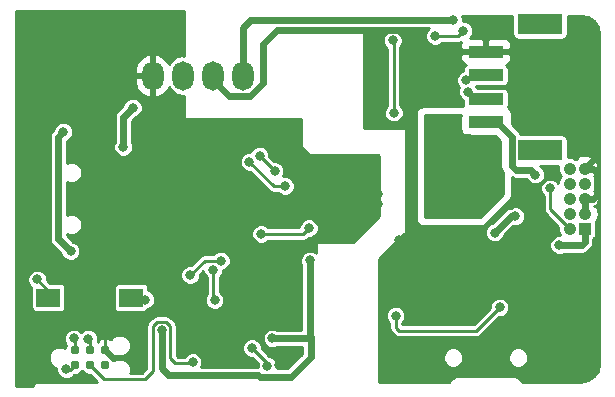
<source format=gbl>
G04 #@! TF.FileFunction,Copper,L2,Bot,Signal*
%FSLAX46Y46*%
G04 Gerber Fmt 4.6, Leading zero omitted, Abs format (unit mm)*
G04 Created by KiCad (PCBNEW 4.0.0-rc2-stable) date 17/02/2016 11:29:29*
%MOMM*%
G01*
G04 APERTURE LIST*
%ADD10C,0.100000*%
%ADD11R,1.050000X1.050000*%
%ADD12C,1.050000*%
%ADD13O,1.800000X2.500000*%
%ADD14C,0.784860*%
%ADD15R,2.000000X1.600000*%
%ADD16R,3.800000X1.800000*%
%ADD17R,3.000000X1.000000*%
%ADD18C,0.800000*%
%ADD19C,0.250000*%
%ADD20C,0.609600*%
%ADD21C,0.203200*%
%ADD22C,0.254000*%
G04 APERTURE END LIST*
D10*
D11*
X72660000Y81762000D03*
D12*
X72660000Y83032000D03*
X72660000Y84302000D03*
X72660000Y85572000D03*
X72660000Y86842000D03*
X71390000Y83032000D03*
X71390000Y84302000D03*
X71390000Y85572000D03*
X71390000Y86842000D03*
X71390000Y81762000D03*
D13*
X36084000Y94716000D03*
X38624000Y94716000D03*
X41164000Y94716000D03*
X43704000Y94716000D03*
D14*
X29480000Y71475000D03*
X29480000Y70205000D03*
X30750000Y71475000D03*
X30750000Y70205000D03*
X32020000Y71475000D03*
X32020000Y70205000D03*
D15*
X27250000Y75920000D03*
X34250000Y75920000D03*
D16*
X68878000Y99098000D03*
X68878000Y88398000D03*
D17*
X64278000Y96748000D03*
X64278000Y94748000D03*
X64278000Y92748000D03*
X64278000Y90748000D03*
D18*
X48076000Y87418000D03*
X50362000Y87164000D03*
X55183243Y83806730D03*
X55168027Y84719670D03*
X26994000Y90801591D03*
X30550000Y90974000D03*
X39468000Y87058479D03*
X34584674Y87270031D03*
X47162021Y75467514D03*
X46803184Y70192748D03*
X34411505Y71094551D03*
X26472984Y74234947D03*
X30098718Y84046805D03*
X30126329Y83132006D03*
X43468021Y75121020D03*
X42688000Y73126000D03*
X32436185Y73237804D03*
X48276000Y89636000D03*
X31512000Y73126000D03*
X34306000Y78714000D03*
X46220207Y72464626D03*
X35468928Y75750518D03*
X36838058Y73150025D03*
X28518000Y89958000D03*
X49402738Y79058924D03*
X29140507Y79856589D03*
X29389843Y72454721D03*
X34399566Y91985878D03*
X33599952Y88680378D03*
X66803838Y82797621D03*
X61516834Y99437399D03*
X65040000Y81424264D03*
X56966000Y80814000D03*
X59379000Y97133500D03*
X59358004Y79052012D03*
X71594370Y78661613D03*
X56753956Y69467505D03*
X71111292Y96678953D03*
X66874666Y96296666D03*
X67326000Y75258019D03*
X64453076Y78456960D03*
X60835682Y96958675D03*
X68596000Y97002000D03*
X73422000Y78460000D03*
X55896000Y90652000D03*
X66310000Y78714000D03*
X65294000Y78460000D03*
X56412269Y97687024D03*
X56502665Y91573158D03*
X60003521Y98061771D03*
X62398621Y98505415D03*
X70511720Y80360205D03*
X68494629Y86324522D03*
X44282069Y87420798D03*
X47300988Y85351250D03*
X46400989Y86632815D03*
X45133697Y87944967D03*
X41326730Y75699998D03*
X41218000Y78274000D03*
X45803042Y70145900D03*
X44488356Y71650335D03*
X26307070Y77448888D03*
X56658000Y74396000D03*
X65463463Y75088997D03*
X69739335Y85163592D03*
X62777457Y93345000D03*
X62607690Y94330574D03*
X45264980Y81305123D03*
X30634068Y72431089D03*
X41851723Y79047575D03*
X39260910Y77824984D03*
X49311571Y81793827D03*
X39468845Y70451947D03*
X28751561Y69855020D03*
X61930629Y89704000D03*
X60014000Y87164000D03*
X61030000Y87164000D03*
X62046000Y87164000D03*
X63062000Y87164000D03*
X64078000Y87418000D03*
X64078000Y88434000D03*
X59960000Y89704000D03*
X60976000Y89704000D03*
D19*
X47162021Y75467514D02*
X46815527Y75121020D01*
X46815527Y75121020D02*
X43468021Y75121020D01*
X47361835Y70144979D02*
X46850953Y70144979D01*
X46850953Y70144979D02*
X46803184Y70192748D01*
X32020000Y71475000D02*
X32020000Y72618000D01*
X32020000Y72618000D02*
X31512000Y73126000D01*
D20*
X49488175Y70874636D02*
X49488175Y72583355D01*
X45134052Y69186885D02*
X47800424Y69186885D01*
X47800424Y69186885D02*
X49488175Y70874636D01*
X44986226Y69334711D02*
X45134052Y69186885D01*
X49369446Y72464626D02*
X46220207Y72464626D01*
X49488175Y72583355D02*
X49369446Y72464626D01*
D19*
X34903243Y75750518D02*
X35468928Y75750518D01*
X33619482Y75750518D02*
X34903243Y75750518D01*
X33450000Y75920000D02*
X33619482Y75750518D01*
D20*
X36838058Y69913711D02*
X36838058Y73150025D01*
X37417058Y69334711D02*
X36838058Y69913711D01*
X44986226Y69334711D02*
X37417058Y69334711D01*
X29140507Y79856589D02*
X28100854Y80896242D01*
X28100854Y80896242D02*
X28100854Y89540854D01*
X28100854Y89540854D02*
X28518000Y89958000D01*
X49402738Y72668792D02*
X49402738Y79058924D01*
X49488175Y72583355D02*
X49402738Y72668792D01*
D19*
X29480000Y71475000D02*
X29480000Y72364564D01*
X29480000Y72364564D02*
X29389843Y72454721D01*
D20*
X33599952Y91186264D02*
X34399566Y91985878D01*
X33599952Y88680378D02*
X33599952Y91186264D01*
X61516834Y99437399D02*
X44361399Y99437399D01*
X43704000Y98780000D02*
X43704000Y95732000D01*
X44361399Y99437399D02*
X43704000Y98780000D01*
X65040000Y81424264D02*
X66413357Y82797621D01*
X66413357Y82797621D02*
X66803838Y82797621D01*
D19*
X56966000Y80814000D02*
X57220000Y80560000D01*
D20*
X57920656Y98591844D02*
X59379000Y97133500D01*
X46613344Y98591844D02*
X57920656Y98591844D01*
X45409000Y97387500D02*
X46613344Y98591844D01*
X45409000Y94084299D02*
X45409000Y97387500D01*
X41164000Y94716000D02*
X41164000Y94366000D01*
X41164000Y94366000D02*
X42568810Y92961190D01*
X42568810Y92961190D02*
X44285891Y92961190D01*
X44285891Y92961190D02*
X45409000Y94084299D01*
D19*
X60787300Y97007057D02*
X60835682Y96958675D01*
X60787300Y97219935D02*
X60787300Y97007057D01*
D20*
X72660000Y84302000D02*
X72660000Y83032000D01*
X72660000Y86842000D02*
X73402462Y86842000D01*
X73689801Y86554661D02*
X73689801Y84589339D01*
X73402462Y86842000D02*
X73689801Y86554661D01*
X73402462Y84302000D02*
X72660000Y84302000D01*
X73689801Y84589339D02*
X73402462Y84302000D01*
D19*
X56502665Y91573158D02*
X56502665Y97596628D01*
X56502665Y97596628D02*
X56412269Y97687024D01*
X60003521Y98061771D02*
X61954977Y98061771D01*
X61954977Y98061771D02*
X62398621Y98505415D01*
D20*
X72660000Y81762000D02*
X72660000Y80627400D01*
X72660000Y80627400D02*
X72392805Y80360205D01*
X72392805Y80360205D02*
X70511720Y80360205D01*
X64278000Y90748000D02*
X65278000Y90748000D01*
X65278000Y90748000D02*
X66473199Y89552801D01*
X66473199Y89552801D02*
X66473199Y87094159D01*
X66473199Y87094159D02*
X66842837Y86724521D01*
X66842837Y86724521D02*
X68094630Y86724521D01*
X68094630Y86724521D02*
X68494629Y86324522D01*
D19*
X46351617Y85351250D02*
X44282069Y87420798D01*
X47300988Y85351250D02*
X46351617Y85351250D01*
X46400989Y86632815D02*
X45133697Y87900107D01*
X45133697Y87900107D02*
X45133697Y87944967D01*
X41218000Y78274000D02*
X41218000Y75808728D01*
X41218000Y75808728D02*
X41326730Y75699998D01*
X44488356Y71650335D02*
X45803042Y70335649D01*
X45803042Y70335649D02*
X45803042Y70145900D01*
X27495351Y76260607D02*
X26307070Y77448888D01*
X27750553Y76260607D02*
X27495351Y76260607D01*
X56912000Y73126000D02*
X56658000Y73380000D01*
X56658000Y73380000D02*
X56658000Y74396000D01*
X63500466Y73126000D02*
X56912000Y73126000D01*
X63500466Y73126000D02*
X65463463Y75088997D01*
X71390000Y81762000D02*
X69739335Y83412665D01*
X69739335Y83412665D02*
X69739335Y85163592D01*
X71644000Y81762000D02*
X71401998Y81762000D01*
X64278000Y92748000D02*
X63374457Y92748000D01*
X63374457Y92748000D02*
X62777457Y93345000D01*
X64278000Y94748000D02*
X63025116Y94748000D01*
X63025116Y94748000D02*
X62607690Y94330574D01*
X49311571Y81793827D02*
X48822867Y81305123D01*
X48822867Y81305123D02*
X45264980Y81305123D01*
X30750000Y72315157D02*
X30634068Y72431089D01*
X30750000Y71475000D02*
X30750000Y72315157D01*
X40483501Y79047575D02*
X41851723Y79047575D01*
X39260910Y77824984D02*
X40483501Y79047575D01*
X30750000Y70205000D02*
X31948761Y69006239D01*
X31948761Y69006239D02*
X35431330Y69006239D01*
X35431330Y69006239D02*
X36113039Y69687948D01*
X36407800Y73792769D02*
X36490057Y73875026D01*
X36113039Y69687948D02*
X36113038Y73505022D01*
X36113038Y73505022D02*
X36400785Y73792769D01*
X36400785Y73792769D02*
X36407800Y73792769D01*
X36490057Y73875026D02*
X37186059Y73875026D01*
X37186059Y73875026D02*
X37268316Y73792769D01*
X37268316Y73792769D02*
X37273845Y73792769D01*
X37273845Y73792769D02*
X37564744Y73501870D01*
X37564744Y73501870D02*
X37564744Y70775832D01*
X37564744Y70775832D02*
X37993327Y70347249D01*
X37993327Y70347249D02*
X39364147Y70347249D01*
X39364147Y70347249D02*
X39468845Y70451947D01*
X29087571Y69812571D02*
X28794010Y69812571D01*
X29480000Y70205000D02*
X29087571Y69812571D01*
X28794010Y69812571D02*
X28751561Y69855020D01*
X60976000Y89704000D02*
X61930629Y89704000D01*
X62986881Y89704000D02*
X61930629Y89704000D01*
X62046000Y87164000D02*
X61030000Y87164000D01*
X64078000Y87418000D02*
X63316000Y87418000D01*
X63316000Y87418000D02*
X63062000Y87164000D01*
X64078000Y89450000D02*
X64078000Y88434000D01*
D21*
X60138403Y89704000D02*
X60117386Y89682983D01*
X61110066Y89704000D02*
X60138403Y89704000D01*
D22*
G36*
X38741500Y96407376D02*
X38624000Y96430748D01*
X38114342Y96329371D01*
X37682275Y96040673D01*
X37468064Y95720083D01*
X37453554Y95770752D01*
X37079606Y96241212D01*
X36554086Y96532756D01*
X36448740Y96557036D01*
X36211000Y96436378D01*
X36211000Y94843000D01*
X36231000Y94843000D01*
X36231000Y94589000D01*
X36211000Y94589000D01*
X36211000Y92995622D01*
X36448740Y92874964D01*
X36554086Y92899244D01*
X37079606Y93190788D01*
X37453554Y93661248D01*
X37468064Y93711917D01*
X37682275Y93391327D01*
X38114342Y93102629D01*
X38624000Y93001252D01*
X38741500Y93024624D01*
X38741500Y91164500D01*
X38751506Y91115090D01*
X38779947Y91073465D01*
X38822341Y91046185D01*
X38868500Y91037500D01*
X48647500Y91037500D01*
X48647500Y88751500D01*
X48657506Y88702090D01*
X48682828Y88663607D01*
X49295968Y88024107D01*
X49337386Y87995366D01*
X49387739Y87985000D01*
X55135435Y87989459D01*
X55251500Y87873394D01*
X55251500Y82835106D01*
X53039894Y80623500D01*
X50044500Y80623500D01*
X49995090Y80613494D01*
X49953465Y80585053D01*
X49926185Y80542659D01*
X49917500Y80496500D01*
X49917500Y79720634D01*
X49874530Y79763679D01*
X49568919Y79890579D01*
X49238009Y79890868D01*
X48932177Y79764501D01*
X48697983Y79530716D01*
X48571083Y79225105D01*
X48570794Y78894195D01*
X48666138Y78663445D01*
X48666138Y73201226D01*
X46615307Y73201226D01*
X46386388Y73296281D01*
X46055478Y73296570D01*
X45749646Y73170203D01*
X45515452Y72936418D01*
X45388552Y72630807D01*
X45388263Y72299897D01*
X45514630Y71994065D01*
X45748415Y71759871D01*
X46054026Y71632971D01*
X46384936Y71632682D01*
X46615686Y71728026D01*
X48751575Y71728026D01*
X48751575Y71179746D01*
X47495314Y69923485D01*
X46611347Y69923485D01*
X46634697Y69979719D01*
X46634986Y70310629D01*
X46508619Y70616461D01*
X46274834Y70850655D01*
X45969223Y70977555D01*
X45948552Y70977573D01*
X45320117Y71606008D01*
X45320300Y71815064D01*
X45193933Y72120896D01*
X44960148Y72355090D01*
X44654537Y72481990D01*
X44323627Y72482279D01*
X44017795Y72355912D01*
X43783601Y72122127D01*
X43656701Y71816516D01*
X43656412Y71485606D01*
X43782779Y71179774D01*
X44016564Y70945580D01*
X44322175Y70818680D01*
X44532761Y70818496D01*
X44991276Y70359981D01*
X44971387Y70312081D01*
X44971177Y70071311D01*
X40211451Y70071311D01*
X40300500Y70285766D01*
X40300789Y70616676D01*
X40174422Y70922508D01*
X39940637Y71156702D01*
X39635026Y71283602D01*
X39304116Y71283891D01*
X38998284Y71157524D01*
X38764090Y70923739D01*
X38755914Y70904049D01*
X38223961Y70904049D01*
X38121544Y71006466D01*
X38121544Y73501870D01*
X38079160Y73714948D01*
X37958461Y73895587D01*
X37667562Y74186486D01*
X37650899Y74197620D01*
X37579776Y74268743D01*
X37399137Y74389442D01*
X37186059Y74431826D01*
X36490057Y74431826D01*
X36276979Y74389442D01*
X36096340Y74268743D01*
X36028209Y74200612D01*
X36007068Y74186486D01*
X35719321Y73898739D01*
X35598622Y73718100D01*
X35556238Y73505022D01*
X35556239Y69918582D01*
X35200696Y69563039D01*
X34182738Y69563039D01*
X34214399Y69639287D01*
X34214720Y70007099D01*
X34074261Y70347037D01*
X33814405Y70607347D01*
X33474713Y70748399D01*
X33106901Y70748720D01*
X32766963Y70608261D01*
X32751551Y70592876D01*
X32719156Y70671279D01*
X32487499Y70903341D01*
X32358480Y70956914D01*
X32020000Y71295395D01*
X32005858Y71281252D01*
X31826252Y71460858D01*
X31840395Y71475000D01*
X31826252Y71489142D01*
X32005858Y71668748D01*
X32020000Y71654605D01*
X32034143Y71668747D01*
X32213748Y71489142D01*
X32199605Y71475000D01*
X32731837Y70942769D01*
X32935891Y70966547D01*
X32945911Y70997780D01*
X33105287Y70931601D01*
X33473099Y70931280D01*
X33813037Y71071739D01*
X34073347Y71331595D01*
X34214399Y71671287D01*
X34214720Y72039099D01*
X34074261Y72379037D01*
X33814405Y72639347D01*
X33474713Y72780399D01*
X33106901Y72780720D01*
X32766963Y72640261D01*
X32519905Y72393633D01*
X32139253Y72515749D01*
X31731899Y72482163D01*
X31511547Y72390891D01*
X31487769Y72186839D01*
X31449286Y72225322D01*
X31465723Y72264908D01*
X31466012Y72595818D01*
X31339645Y72901650D01*
X31105860Y73135844D01*
X30800249Y73262744D01*
X30469339Y73263033D01*
X30163507Y73136666D01*
X30023712Y72997115D01*
X29861635Y73159476D01*
X29556024Y73286376D01*
X29225114Y73286665D01*
X28919282Y73160298D01*
X28685088Y72926513D01*
X28558188Y72620902D01*
X28557899Y72289992D01*
X28684266Y71984160D01*
X28765265Y71903019D01*
X28662163Y71654720D01*
X28394967Y71765669D01*
X28026649Y71765990D01*
X27686245Y71625338D01*
X27425577Y71365125D01*
X27284331Y71024967D01*
X27284010Y70656649D01*
X27424662Y70316245D01*
X27684875Y70055577D01*
X27919851Y69958006D01*
X27919617Y69690291D01*
X28045984Y69384459D01*
X28279769Y69150265D01*
X28585380Y69023365D01*
X28916290Y69023076D01*
X29222122Y69149443D01*
X29453876Y69380792D01*
X29643230Y69380627D01*
X29946279Y69505844D01*
X30115091Y69674362D01*
X30282501Y69506659D01*
X30585331Y69380913D01*
X30786829Y69380737D01*
X31360766Y68806800D01*
X26400000Y68806800D01*
X26206056Y68768222D01*
X26041638Y68658362D01*
X25931778Y68493944D01*
X25918515Y68427266D01*
X24527000Y68427022D01*
X24527000Y77284159D01*
X25475126Y77284159D01*
X25601493Y76978327D01*
X25818111Y76761330D01*
X25809741Y76720000D01*
X25809741Y75120000D01*
X25839850Y74959985D01*
X25934419Y74813020D01*
X26078715Y74714427D01*
X26250000Y74679741D01*
X28250000Y74679741D01*
X28410015Y74709850D01*
X28556980Y74804419D01*
X28655573Y74948715D01*
X28690259Y75120000D01*
X28690259Y76720000D01*
X32809741Y76720000D01*
X32809741Y75120000D01*
X32839850Y74959985D01*
X32934419Y74813020D01*
X33078715Y74714427D01*
X33250000Y74679741D01*
X35250000Y74679741D01*
X35410015Y74709850D01*
X35556980Y74804419D01*
X35635498Y74919335D01*
X35939489Y75044941D01*
X36173683Y75278726D01*
X36300583Y75584337D01*
X36300872Y75915247D01*
X36174505Y76221079D01*
X35940720Y76455273D01*
X35690259Y76559273D01*
X35690259Y76720000D01*
X35660150Y76880015D01*
X35565581Y77026980D01*
X35421285Y77125573D01*
X35250000Y77160259D01*
X33250000Y77160259D01*
X33089985Y77130150D01*
X32943020Y77035581D01*
X32844427Y76891285D01*
X32809741Y76720000D01*
X28690259Y76720000D01*
X28660150Y76880015D01*
X28565581Y77026980D01*
X28421285Y77125573D01*
X28250000Y77160259D01*
X27383133Y77160259D01*
X27138831Y77404561D01*
X27139014Y77613617D01*
X27119744Y77660255D01*
X38428966Y77660255D01*
X38555333Y77354423D01*
X38789118Y77120229D01*
X39094729Y76993329D01*
X39425639Y76993040D01*
X39731471Y77119407D01*
X39965665Y77353192D01*
X40092565Y77658803D01*
X40092749Y77869389D01*
X40386103Y78162743D01*
X40386056Y78109271D01*
X40512423Y77803439D01*
X40661200Y77654402D01*
X40661200Y76210946D01*
X40621975Y76171790D01*
X40495075Y75866179D01*
X40494786Y75535269D01*
X40621153Y75229437D01*
X40854938Y74995243D01*
X41160549Y74868343D01*
X41491459Y74868054D01*
X41797291Y74994421D01*
X42031485Y75228206D01*
X42158385Y75533817D01*
X42158674Y75864727D01*
X42032307Y76170559D01*
X41798522Y76404753D01*
X41774800Y76414603D01*
X41774800Y77654511D01*
X41922755Y77802208D01*
X42049655Y78107819D01*
X42049761Y78229394D01*
X42322284Y78341998D01*
X42556478Y78575783D01*
X42683378Y78881394D01*
X42683667Y79212304D01*
X42557300Y79518136D01*
X42323515Y79752330D01*
X42017904Y79879230D01*
X41686994Y79879519D01*
X41381162Y79753152D01*
X41232125Y79604375D01*
X40483501Y79604375D01*
X40270423Y79561991D01*
X40089784Y79441292D01*
X39305237Y78656745D01*
X39096181Y78656928D01*
X38790349Y78530561D01*
X38556155Y78296776D01*
X38429255Y77991165D01*
X38428966Y77660255D01*
X27119744Y77660255D01*
X27012647Y77919449D01*
X26778862Y78153643D01*
X26473251Y78280543D01*
X26142341Y78280832D01*
X25836509Y78154465D01*
X25602315Y77920680D01*
X25475415Y77615069D01*
X25475126Y77284159D01*
X24527000Y77284159D01*
X24527000Y89540854D01*
X27364254Y89540854D01*
X27364254Y80896242D01*
X27420324Y80614357D01*
X27579999Y80375387D01*
X28340275Y79615111D01*
X28434930Y79386028D01*
X28668715Y79151834D01*
X28974326Y79024934D01*
X29305236Y79024645D01*
X29611068Y79151012D01*
X29845262Y79384797D01*
X29972162Y79690408D01*
X29972451Y80021318D01*
X29846084Y80327150D01*
X29612299Y80561344D01*
X29381716Y80657090D01*
X28898412Y81140394D01*
X44433036Y81140394D01*
X44559403Y80834562D01*
X44793188Y80600368D01*
X45098799Y80473468D01*
X45429709Y80473179D01*
X45735541Y80599546D01*
X45884578Y80748323D01*
X48822867Y80748323D01*
X49035945Y80790707D01*
X49216584Y80911406D01*
X49267244Y80962066D01*
X49476300Y80961883D01*
X49782132Y81088250D01*
X50016326Y81322035D01*
X50143226Y81627646D01*
X50143515Y81958556D01*
X50017148Y82264388D01*
X49783363Y82498582D01*
X49477752Y82625482D01*
X49146842Y82625771D01*
X48841010Y82499404D01*
X48606816Y82265619D01*
X48479916Y81960008D01*
X48479830Y81861923D01*
X45884469Y81861923D01*
X45736772Y82009878D01*
X45431161Y82136778D01*
X45100251Y82137067D01*
X44794419Y82010700D01*
X44560225Y81776915D01*
X44433325Y81471304D01*
X44433036Y81140394D01*
X28898412Y81140394D01*
X28837454Y81201352D01*
X28837454Y81319694D01*
X29074814Y81221134D01*
X29425448Y81220828D01*
X29749509Y81354727D01*
X29997662Y81602447D01*
X30132126Y81926274D01*
X30132432Y82276908D01*
X29998533Y82600969D01*
X29750813Y82849122D01*
X29426986Y82983586D01*
X29076352Y82983892D01*
X28837454Y82885182D01*
X28837454Y85718974D01*
X29074814Y85620414D01*
X29425448Y85620108D01*
X29749509Y85754007D01*
X29997662Y86001727D01*
X30132126Y86325554D01*
X30132432Y86676188D01*
X29998533Y87000249D01*
X29750813Y87248402D01*
X29732349Y87256069D01*
X43450125Y87256069D01*
X43576492Y86950237D01*
X43810277Y86716043D01*
X44115888Y86589143D01*
X44326474Y86588959D01*
X45957900Y84957533D01*
X46138539Y84836834D01*
X46351617Y84794450D01*
X46681499Y84794450D01*
X46829196Y84646495D01*
X47134807Y84519595D01*
X47465717Y84519306D01*
X47771549Y84645673D01*
X48005743Y84879458D01*
X48132643Y85185069D01*
X48132932Y85515979D01*
X48006565Y85821811D01*
X47772780Y86056005D01*
X47467169Y86182905D01*
X47136259Y86183194D01*
X47110537Y86172566D01*
X47232644Y86466634D01*
X47232933Y86797544D01*
X47106566Y87103376D01*
X46872781Y87337570D01*
X46567170Y87464470D01*
X46356584Y87464654D01*
X45965419Y87855819D01*
X45965641Y88109696D01*
X45839274Y88415528D01*
X45605489Y88649722D01*
X45299878Y88776622D01*
X44968968Y88776911D01*
X44663136Y88650544D01*
X44428942Y88416759D01*
X44360748Y88252529D01*
X44117340Y88252742D01*
X43811508Y88126375D01*
X43577314Y87892590D01*
X43450414Y87586979D01*
X43450125Y87256069D01*
X29732349Y87256069D01*
X29426986Y87382866D01*
X29076352Y87383172D01*
X28837454Y87284462D01*
X28837454Y88515649D01*
X32768008Y88515649D01*
X32894375Y88209817D01*
X33128160Y87975623D01*
X33433771Y87848723D01*
X33764681Y87848434D01*
X34070513Y87974801D01*
X34304707Y88208586D01*
X34431607Y88514197D01*
X34431896Y88845107D01*
X34336552Y89075857D01*
X34336552Y90881154D01*
X34641044Y91185646D01*
X34870127Y91280301D01*
X35104321Y91514086D01*
X35231221Y91819697D01*
X35231510Y92150607D01*
X35105143Y92456439D01*
X34871358Y92690633D01*
X34565747Y92817533D01*
X34234837Y92817822D01*
X33929005Y92691455D01*
X33694811Y92457670D01*
X33599065Y92227087D01*
X33079097Y91707119D01*
X32919422Y91468149D01*
X32863352Y91186264D01*
X32863352Y89075478D01*
X32768297Y88846559D01*
X32768008Y88515649D01*
X28837454Y88515649D01*
X28837454Y89189987D01*
X28988561Y89252423D01*
X29222755Y89486208D01*
X29349655Y89791819D01*
X29349944Y90122729D01*
X29223577Y90428561D01*
X28989792Y90662755D01*
X28684181Y90789655D01*
X28353271Y90789944D01*
X28047439Y90663577D01*
X27813245Y90429792D01*
X27717499Y90199209D01*
X27579999Y90061709D01*
X27420324Y89822739D01*
X27364254Y89540854D01*
X24527000Y89540854D01*
X24527000Y94589000D01*
X34549000Y94589000D01*
X34549000Y94239000D01*
X34714446Y93661248D01*
X35088394Y93190788D01*
X35613914Y92899244D01*
X35719260Y92874964D01*
X35957000Y92995622D01*
X35957000Y94589000D01*
X34549000Y94589000D01*
X24527000Y94589000D01*
X24527000Y95193000D01*
X34549000Y95193000D01*
X34549000Y94843000D01*
X35957000Y94843000D01*
X35957000Y96436378D01*
X35719260Y96557036D01*
X35613914Y96532756D01*
X35088394Y96241212D01*
X34714446Y95770752D01*
X34549000Y95193000D01*
X24527000Y95193000D01*
X24527000Y100177039D01*
X38741500Y100181460D01*
X38741500Y96407376D01*
X38741500Y96407376D01*
G37*
X38741500Y96407376D02*
X38624000Y96430748D01*
X38114342Y96329371D01*
X37682275Y96040673D01*
X37468064Y95720083D01*
X37453554Y95770752D01*
X37079606Y96241212D01*
X36554086Y96532756D01*
X36448740Y96557036D01*
X36211000Y96436378D01*
X36211000Y94843000D01*
X36231000Y94843000D01*
X36231000Y94589000D01*
X36211000Y94589000D01*
X36211000Y92995622D01*
X36448740Y92874964D01*
X36554086Y92899244D01*
X37079606Y93190788D01*
X37453554Y93661248D01*
X37468064Y93711917D01*
X37682275Y93391327D01*
X38114342Y93102629D01*
X38624000Y93001252D01*
X38741500Y93024624D01*
X38741500Y91164500D01*
X38751506Y91115090D01*
X38779947Y91073465D01*
X38822341Y91046185D01*
X38868500Y91037500D01*
X48647500Y91037500D01*
X48647500Y88751500D01*
X48657506Y88702090D01*
X48682828Y88663607D01*
X49295968Y88024107D01*
X49337386Y87995366D01*
X49387739Y87985000D01*
X55135435Y87989459D01*
X55251500Y87873394D01*
X55251500Y82835106D01*
X53039894Y80623500D01*
X50044500Y80623500D01*
X49995090Y80613494D01*
X49953465Y80585053D01*
X49926185Y80542659D01*
X49917500Y80496500D01*
X49917500Y79720634D01*
X49874530Y79763679D01*
X49568919Y79890579D01*
X49238009Y79890868D01*
X48932177Y79764501D01*
X48697983Y79530716D01*
X48571083Y79225105D01*
X48570794Y78894195D01*
X48666138Y78663445D01*
X48666138Y73201226D01*
X46615307Y73201226D01*
X46386388Y73296281D01*
X46055478Y73296570D01*
X45749646Y73170203D01*
X45515452Y72936418D01*
X45388552Y72630807D01*
X45388263Y72299897D01*
X45514630Y71994065D01*
X45748415Y71759871D01*
X46054026Y71632971D01*
X46384936Y71632682D01*
X46615686Y71728026D01*
X48751575Y71728026D01*
X48751575Y71179746D01*
X47495314Y69923485D01*
X46611347Y69923485D01*
X46634697Y69979719D01*
X46634986Y70310629D01*
X46508619Y70616461D01*
X46274834Y70850655D01*
X45969223Y70977555D01*
X45948552Y70977573D01*
X45320117Y71606008D01*
X45320300Y71815064D01*
X45193933Y72120896D01*
X44960148Y72355090D01*
X44654537Y72481990D01*
X44323627Y72482279D01*
X44017795Y72355912D01*
X43783601Y72122127D01*
X43656701Y71816516D01*
X43656412Y71485606D01*
X43782779Y71179774D01*
X44016564Y70945580D01*
X44322175Y70818680D01*
X44532761Y70818496D01*
X44991276Y70359981D01*
X44971387Y70312081D01*
X44971177Y70071311D01*
X40211451Y70071311D01*
X40300500Y70285766D01*
X40300789Y70616676D01*
X40174422Y70922508D01*
X39940637Y71156702D01*
X39635026Y71283602D01*
X39304116Y71283891D01*
X38998284Y71157524D01*
X38764090Y70923739D01*
X38755914Y70904049D01*
X38223961Y70904049D01*
X38121544Y71006466D01*
X38121544Y73501870D01*
X38079160Y73714948D01*
X37958461Y73895587D01*
X37667562Y74186486D01*
X37650899Y74197620D01*
X37579776Y74268743D01*
X37399137Y74389442D01*
X37186059Y74431826D01*
X36490057Y74431826D01*
X36276979Y74389442D01*
X36096340Y74268743D01*
X36028209Y74200612D01*
X36007068Y74186486D01*
X35719321Y73898739D01*
X35598622Y73718100D01*
X35556238Y73505022D01*
X35556239Y69918582D01*
X35200696Y69563039D01*
X34182738Y69563039D01*
X34214399Y69639287D01*
X34214720Y70007099D01*
X34074261Y70347037D01*
X33814405Y70607347D01*
X33474713Y70748399D01*
X33106901Y70748720D01*
X32766963Y70608261D01*
X32751551Y70592876D01*
X32719156Y70671279D01*
X32487499Y70903341D01*
X32358480Y70956914D01*
X32020000Y71295395D01*
X32005858Y71281252D01*
X31826252Y71460858D01*
X31840395Y71475000D01*
X31826252Y71489142D01*
X32005858Y71668748D01*
X32020000Y71654605D01*
X32034143Y71668747D01*
X32213748Y71489142D01*
X32199605Y71475000D01*
X32731837Y70942769D01*
X32935891Y70966547D01*
X32945911Y70997780D01*
X33105287Y70931601D01*
X33473099Y70931280D01*
X33813037Y71071739D01*
X34073347Y71331595D01*
X34214399Y71671287D01*
X34214720Y72039099D01*
X34074261Y72379037D01*
X33814405Y72639347D01*
X33474713Y72780399D01*
X33106901Y72780720D01*
X32766963Y72640261D01*
X32519905Y72393633D01*
X32139253Y72515749D01*
X31731899Y72482163D01*
X31511547Y72390891D01*
X31487769Y72186839D01*
X31449286Y72225322D01*
X31465723Y72264908D01*
X31466012Y72595818D01*
X31339645Y72901650D01*
X31105860Y73135844D01*
X30800249Y73262744D01*
X30469339Y73263033D01*
X30163507Y73136666D01*
X30023712Y72997115D01*
X29861635Y73159476D01*
X29556024Y73286376D01*
X29225114Y73286665D01*
X28919282Y73160298D01*
X28685088Y72926513D01*
X28558188Y72620902D01*
X28557899Y72289992D01*
X28684266Y71984160D01*
X28765265Y71903019D01*
X28662163Y71654720D01*
X28394967Y71765669D01*
X28026649Y71765990D01*
X27686245Y71625338D01*
X27425577Y71365125D01*
X27284331Y71024967D01*
X27284010Y70656649D01*
X27424662Y70316245D01*
X27684875Y70055577D01*
X27919851Y69958006D01*
X27919617Y69690291D01*
X28045984Y69384459D01*
X28279769Y69150265D01*
X28585380Y69023365D01*
X28916290Y69023076D01*
X29222122Y69149443D01*
X29453876Y69380792D01*
X29643230Y69380627D01*
X29946279Y69505844D01*
X30115091Y69674362D01*
X30282501Y69506659D01*
X30585331Y69380913D01*
X30786829Y69380737D01*
X31360766Y68806800D01*
X26400000Y68806800D01*
X26206056Y68768222D01*
X26041638Y68658362D01*
X25931778Y68493944D01*
X25918515Y68427266D01*
X24527000Y68427022D01*
X24527000Y77284159D01*
X25475126Y77284159D01*
X25601493Y76978327D01*
X25818111Y76761330D01*
X25809741Y76720000D01*
X25809741Y75120000D01*
X25839850Y74959985D01*
X25934419Y74813020D01*
X26078715Y74714427D01*
X26250000Y74679741D01*
X28250000Y74679741D01*
X28410015Y74709850D01*
X28556980Y74804419D01*
X28655573Y74948715D01*
X28690259Y75120000D01*
X28690259Y76720000D01*
X32809741Y76720000D01*
X32809741Y75120000D01*
X32839850Y74959985D01*
X32934419Y74813020D01*
X33078715Y74714427D01*
X33250000Y74679741D01*
X35250000Y74679741D01*
X35410015Y74709850D01*
X35556980Y74804419D01*
X35635498Y74919335D01*
X35939489Y75044941D01*
X36173683Y75278726D01*
X36300583Y75584337D01*
X36300872Y75915247D01*
X36174505Y76221079D01*
X35940720Y76455273D01*
X35690259Y76559273D01*
X35690259Y76720000D01*
X35660150Y76880015D01*
X35565581Y77026980D01*
X35421285Y77125573D01*
X35250000Y77160259D01*
X33250000Y77160259D01*
X33089985Y77130150D01*
X32943020Y77035581D01*
X32844427Y76891285D01*
X32809741Y76720000D01*
X28690259Y76720000D01*
X28660150Y76880015D01*
X28565581Y77026980D01*
X28421285Y77125573D01*
X28250000Y77160259D01*
X27383133Y77160259D01*
X27138831Y77404561D01*
X27139014Y77613617D01*
X27119744Y77660255D01*
X38428966Y77660255D01*
X38555333Y77354423D01*
X38789118Y77120229D01*
X39094729Y76993329D01*
X39425639Y76993040D01*
X39731471Y77119407D01*
X39965665Y77353192D01*
X40092565Y77658803D01*
X40092749Y77869389D01*
X40386103Y78162743D01*
X40386056Y78109271D01*
X40512423Y77803439D01*
X40661200Y77654402D01*
X40661200Y76210946D01*
X40621975Y76171790D01*
X40495075Y75866179D01*
X40494786Y75535269D01*
X40621153Y75229437D01*
X40854938Y74995243D01*
X41160549Y74868343D01*
X41491459Y74868054D01*
X41797291Y74994421D01*
X42031485Y75228206D01*
X42158385Y75533817D01*
X42158674Y75864727D01*
X42032307Y76170559D01*
X41798522Y76404753D01*
X41774800Y76414603D01*
X41774800Y77654511D01*
X41922755Y77802208D01*
X42049655Y78107819D01*
X42049761Y78229394D01*
X42322284Y78341998D01*
X42556478Y78575783D01*
X42683378Y78881394D01*
X42683667Y79212304D01*
X42557300Y79518136D01*
X42323515Y79752330D01*
X42017904Y79879230D01*
X41686994Y79879519D01*
X41381162Y79753152D01*
X41232125Y79604375D01*
X40483501Y79604375D01*
X40270423Y79561991D01*
X40089784Y79441292D01*
X39305237Y78656745D01*
X39096181Y78656928D01*
X38790349Y78530561D01*
X38556155Y78296776D01*
X38429255Y77991165D01*
X38428966Y77660255D01*
X27119744Y77660255D01*
X27012647Y77919449D01*
X26778862Y78153643D01*
X26473251Y78280543D01*
X26142341Y78280832D01*
X25836509Y78154465D01*
X25602315Y77920680D01*
X25475415Y77615069D01*
X25475126Y77284159D01*
X24527000Y77284159D01*
X24527000Y89540854D01*
X27364254Y89540854D01*
X27364254Y80896242D01*
X27420324Y80614357D01*
X27579999Y80375387D01*
X28340275Y79615111D01*
X28434930Y79386028D01*
X28668715Y79151834D01*
X28974326Y79024934D01*
X29305236Y79024645D01*
X29611068Y79151012D01*
X29845262Y79384797D01*
X29972162Y79690408D01*
X29972451Y80021318D01*
X29846084Y80327150D01*
X29612299Y80561344D01*
X29381716Y80657090D01*
X28898412Y81140394D01*
X44433036Y81140394D01*
X44559403Y80834562D01*
X44793188Y80600368D01*
X45098799Y80473468D01*
X45429709Y80473179D01*
X45735541Y80599546D01*
X45884578Y80748323D01*
X48822867Y80748323D01*
X49035945Y80790707D01*
X49216584Y80911406D01*
X49267244Y80962066D01*
X49476300Y80961883D01*
X49782132Y81088250D01*
X50016326Y81322035D01*
X50143226Y81627646D01*
X50143515Y81958556D01*
X50017148Y82264388D01*
X49783363Y82498582D01*
X49477752Y82625482D01*
X49146842Y82625771D01*
X48841010Y82499404D01*
X48606816Y82265619D01*
X48479916Y81960008D01*
X48479830Y81861923D01*
X45884469Y81861923D01*
X45736772Y82009878D01*
X45431161Y82136778D01*
X45100251Y82137067D01*
X44794419Y82010700D01*
X44560225Y81776915D01*
X44433325Y81471304D01*
X44433036Y81140394D01*
X28898412Y81140394D01*
X28837454Y81201352D01*
X28837454Y81319694D01*
X29074814Y81221134D01*
X29425448Y81220828D01*
X29749509Y81354727D01*
X29997662Y81602447D01*
X30132126Y81926274D01*
X30132432Y82276908D01*
X29998533Y82600969D01*
X29750813Y82849122D01*
X29426986Y82983586D01*
X29076352Y82983892D01*
X28837454Y82885182D01*
X28837454Y85718974D01*
X29074814Y85620414D01*
X29425448Y85620108D01*
X29749509Y85754007D01*
X29997662Y86001727D01*
X30132126Y86325554D01*
X30132432Y86676188D01*
X29998533Y87000249D01*
X29750813Y87248402D01*
X29732349Y87256069D01*
X43450125Y87256069D01*
X43576492Y86950237D01*
X43810277Y86716043D01*
X44115888Y86589143D01*
X44326474Y86588959D01*
X45957900Y84957533D01*
X46138539Y84836834D01*
X46351617Y84794450D01*
X46681499Y84794450D01*
X46829196Y84646495D01*
X47134807Y84519595D01*
X47465717Y84519306D01*
X47771549Y84645673D01*
X48005743Y84879458D01*
X48132643Y85185069D01*
X48132932Y85515979D01*
X48006565Y85821811D01*
X47772780Y86056005D01*
X47467169Y86182905D01*
X47136259Y86183194D01*
X47110537Y86172566D01*
X47232644Y86466634D01*
X47232933Y86797544D01*
X47106566Y87103376D01*
X46872781Y87337570D01*
X46567170Y87464470D01*
X46356584Y87464654D01*
X45965419Y87855819D01*
X45965641Y88109696D01*
X45839274Y88415528D01*
X45605489Y88649722D01*
X45299878Y88776622D01*
X44968968Y88776911D01*
X44663136Y88650544D01*
X44428942Y88416759D01*
X44360748Y88252529D01*
X44117340Y88252742D01*
X43811508Y88126375D01*
X43577314Y87892590D01*
X43450414Y87586979D01*
X43450125Y87256069D01*
X29732349Y87256069D01*
X29426986Y87382866D01*
X29076352Y87383172D01*
X28837454Y87284462D01*
X28837454Y88515649D01*
X32768008Y88515649D01*
X32894375Y88209817D01*
X33128160Y87975623D01*
X33433771Y87848723D01*
X33764681Y87848434D01*
X34070513Y87974801D01*
X34304707Y88208586D01*
X34431607Y88514197D01*
X34431896Y88845107D01*
X34336552Y89075857D01*
X34336552Y90881154D01*
X34641044Y91185646D01*
X34870127Y91280301D01*
X35104321Y91514086D01*
X35231221Y91819697D01*
X35231510Y92150607D01*
X35105143Y92456439D01*
X34871358Y92690633D01*
X34565747Y92817533D01*
X34234837Y92817822D01*
X33929005Y92691455D01*
X33694811Y92457670D01*
X33599065Y92227087D01*
X33079097Y91707119D01*
X32919422Y91468149D01*
X32863352Y91186264D01*
X32863352Y89075478D01*
X32768297Y88846559D01*
X32768008Y88515649D01*
X28837454Y88515649D01*
X28837454Y89189987D01*
X28988561Y89252423D01*
X29222755Y89486208D01*
X29349655Y89791819D01*
X29349944Y90122729D01*
X29223577Y90428561D01*
X28989792Y90662755D01*
X28684181Y90789655D01*
X28353271Y90789944D01*
X28047439Y90663577D01*
X27813245Y90429792D01*
X27717499Y90199209D01*
X27579999Y90061709D01*
X27420324Y89822739D01*
X27364254Y89540854D01*
X24527000Y89540854D01*
X24527000Y94589000D01*
X34549000Y94589000D01*
X34549000Y94239000D01*
X34714446Y93661248D01*
X35088394Y93190788D01*
X35613914Y92899244D01*
X35719260Y92874964D01*
X35957000Y92995622D01*
X35957000Y94589000D01*
X34549000Y94589000D01*
X24527000Y94589000D01*
X24527000Y95193000D01*
X34549000Y95193000D01*
X34549000Y94843000D01*
X35957000Y94843000D01*
X35957000Y96436378D01*
X35719260Y96557036D01*
X35613914Y96532756D01*
X35088394Y96241212D01*
X34714446Y95770752D01*
X34549000Y95193000D01*
X24527000Y95193000D01*
X24527000Y100177039D01*
X38741500Y100181460D01*
X38741500Y96407376D01*
G36*
X66537741Y98198000D02*
X66567850Y98037985D01*
X66662419Y97891020D01*
X66806715Y97792427D01*
X66978000Y97757741D01*
X70778000Y97757741D01*
X70938015Y97787850D01*
X71084980Y97882419D01*
X71183573Y98026715D01*
X71218259Y98198000D01*
X71218259Y99793200D01*
X72350084Y99793200D01*
X72967623Y99670364D01*
X73448832Y99348831D01*
X73770364Y98867625D01*
X73893200Y98250085D01*
X73893200Y70349915D01*
X73770364Y69732375D01*
X73448832Y69251169D01*
X72967623Y68929636D01*
X72350084Y68806800D01*
X67337935Y68806800D01*
X67321390Y68831562D01*
X67321387Y68831565D01*
X67243702Y68947831D01*
X67186257Y69005276D01*
X67133038Y69066638D01*
X66960726Y69200369D01*
X66900207Y69230629D01*
X66843944Y69268222D01*
X66812518Y69274473D01*
X66783858Y69288803D01*
X66716361Y69293600D01*
X66650000Y69306800D01*
X61900000Y69306800D01*
X61851044Y69297062D01*
X61801129Y69297062D01*
X61755013Y69277960D01*
X61706056Y69268222D01*
X61664552Y69240490D01*
X61618438Y69221389D01*
X61502169Y69143702D01*
X61444724Y69086257D01*
X61383362Y69033038D01*
X61249631Y68860726D01*
X61207779Y68806800D01*
X55261000Y68806800D01*
X55261000Y70670320D01*
X60671051Y70670320D01*
X60801217Y70355296D01*
X61042028Y70114064D01*
X61356824Y69983349D01*
X61697680Y69983051D01*
X62012704Y70113217D01*
X62253936Y70354028D01*
X62384651Y70668824D01*
X62384652Y70670320D01*
X66171051Y70670320D01*
X66301217Y70355296D01*
X66542028Y70114064D01*
X66856824Y69983349D01*
X67197680Y69983051D01*
X67512704Y70113217D01*
X67753936Y70354028D01*
X67884651Y70668824D01*
X67884949Y71009680D01*
X67754783Y71324704D01*
X67513972Y71565936D01*
X67199176Y71696651D01*
X66858320Y71696949D01*
X66543296Y71566783D01*
X66302064Y71325972D01*
X66171349Y71011176D01*
X66171051Y70670320D01*
X62384652Y70670320D01*
X62384949Y71009680D01*
X62254783Y71324704D01*
X62013972Y71565936D01*
X61699176Y71696651D01*
X61358320Y71696949D01*
X61043296Y71566783D01*
X60802064Y71325972D01*
X60671349Y71011176D01*
X60671051Y70670320D01*
X55261000Y70670320D01*
X55261000Y74231271D01*
X55826056Y74231271D01*
X55952423Y73925439D01*
X56101200Y73776402D01*
X56101200Y73380000D01*
X56143584Y73166922D01*
X56264283Y72986283D01*
X56518283Y72732283D01*
X56698922Y72611584D01*
X56912000Y72569200D01*
X63500466Y72569200D01*
X63713544Y72611584D01*
X63894183Y72732283D01*
X65419136Y74257236D01*
X65628192Y74257053D01*
X65934024Y74383420D01*
X66168218Y74617205D01*
X66295118Y74922816D01*
X66295407Y75253726D01*
X66169040Y75559558D01*
X65935255Y75793752D01*
X65629644Y75920652D01*
X65298734Y75920941D01*
X64992902Y75794574D01*
X64758708Y75560789D01*
X64631808Y75255178D01*
X64631624Y75044592D01*
X63269832Y73682800D01*
X57214800Y73682800D01*
X57214800Y73776511D01*
X57362755Y73924208D01*
X57489655Y74229819D01*
X57489944Y74560729D01*
X57363577Y74866561D01*
X57129792Y75100755D01*
X56824181Y75227655D01*
X56493271Y75227944D01*
X56187439Y75101577D01*
X55953245Y74867792D01*
X55826345Y74562181D01*
X55826056Y74231271D01*
X55261000Y74231271D01*
X55261000Y79169394D01*
X57351141Y81259535D01*
X64208056Y81259535D01*
X64334423Y80953703D01*
X64568208Y80719509D01*
X64873819Y80592609D01*
X65204729Y80592320D01*
X65510561Y80718687D01*
X65744755Y80952472D01*
X65840501Y81183055D01*
X66627592Y81970146D01*
X66637657Y81965966D01*
X66968567Y81965677D01*
X67274399Y82092044D01*
X67508593Y82325829D01*
X67635493Y82631440D01*
X67635782Y82962350D01*
X67509415Y83268182D01*
X67275630Y83502376D01*
X66970019Y83629276D01*
X66639109Y83629565D01*
X66403719Y83532304D01*
X66131472Y83478151D01*
X65892502Y83318476D01*
X64798522Y82224496D01*
X64569439Y82129841D01*
X64335245Y81896056D01*
X64208345Y81590445D01*
X64208056Y81259535D01*
X57351141Y81259535D01*
X57509803Y81418197D01*
X57537666Y81460211D01*
X57547000Y81508000D01*
X57547000Y90144000D01*
X57536994Y90193410D01*
X57508553Y90235035D01*
X57466159Y90262315D01*
X57420000Y90271000D01*
X53991000Y90271000D01*
X53991000Y97522295D01*
X55580325Y97522295D01*
X55706692Y97216463D01*
X55940477Y96982269D01*
X55945865Y96980032D01*
X55945865Y92192647D01*
X55797910Y92044950D01*
X55671010Y91739339D01*
X55670721Y91408429D01*
X55797088Y91102597D01*
X56030873Y90868403D01*
X56336484Y90741503D01*
X56667394Y90741214D01*
X56973226Y90867581D01*
X57207420Y91101366D01*
X57334320Y91406977D01*
X57334385Y91482000D01*
X58363000Y91482000D01*
X58363000Y82592000D01*
X58406427Y82361205D01*
X58542827Y82149233D01*
X58750949Y82007029D01*
X58998000Y81957000D01*
X63824000Y81957000D01*
X64062946Y82003672D01*
X64273013Y82142987D01*
X66305013Y84174987D01*
X66440971Y84376949D01*
X66491000Y84624000D01*
X66491000Y86090732D01*
X66560952Y86043991D01*
X66842837Y85987921D01*
X67733701Y85987921D01*
X67789052Y85853961D01*
X68022837Y85619767D01*
X68328448Y85492867D01*
X68659358Y85492578D01*
X68965190Y85618945D01*
X69199384Y85852730D01*
X69326284Y86158341D01*
X69326573Y86489251D01*
X69200206Y86795083D01*
X68966421Y87029277D01*
X68897872Y87057741D01*
X70443575Y87057741D01*
X70433366Y87033154D01*
X70433034Y86652516D01*
X70578391Y86300724D01*
X70671880Y86207072D01*
X70579337Y86114691D01*
X70433366Y85763154D01*
X70433264Y85645822D01*
X70211127Y85868347D01*
X69905516Y85995247D01*
X69574606Y85995536D01*
X69268774Y85869169D01*
X69034580Y85635384D01*
X68907680Y85329773D01*
X68907391Y84998863D01*
X69033758Y84693031D01*
X69182535Y84543994D01*
X69182535Y83412665D01*
X69224919Y83199587D01*
X69345618Y83018948D01*
X70433347Y81931219D01*
X70433034Y81572516D01*
X70578391Y81220724D01*
X70607143Y81191922D01*
X70346991Y81192149D01*
X70041159Y81065782D01*
X69806965Y80831997D01*
X69680065Y80526386D01*
X69679776Y80195476D01*
X69806143Y79889644D01*
X70039928Y79655450D01*
X70345539Y79528550D01*
X70676449Y79528261D01*
X70907199Y79623605D01*
X72392805Y79623605D01*
X72674690Y79679675D01*
X72913660Y79839350D01*
X73180855Y80106545D01*
X73340530Y80345515D01*
X73396600Y80627400D01*
X73396600Y80860044D01*
X73491980Y80921419D01*
X73590573Y81065715D01*
X73625259Y81237000D01*
X73625259Y82287000D01*
X73598828Y82427467D01*
X73685962Y82443575D01*
X73833046Y82880985D01*
X73801543Y83341386D01*
X73685962Y83620425D01*
X73483814Y83657794D01*
X73474608Y83667000D01*
X73483814Y83676206D01*
X73685962Y83713575D01*
X73833046Y84150985D01*
X73801543Y84611386D01*
X73685962Y84890425D01*
X73468275Y84930667D01*
X73584358Y85046750D01*
X73509139Y85121969D01*
X73616634Y85380846D01*
X73616966Y85761484D01*
X73509260Y86022152D01*
X73584358Y86097250D01*
X73468275Y86213333D01*
X73685962Y86253575D01*
X73833046Y86690985D01*
X73801543Y87151386D01*
X73685962Y87430425D01*
X73468273Y87470667D01*
X72839605Y86842000D01*
X72853748Y86827858D01*
X72674143Y86648252D01*
X72660000Y86662395D01*
X72645858Y86648252D01*
X72466253Y86827857D01*
X72480395Y86842000D01*
X72466253Y86856142D01*
X72645858Y87035748D01*
X72660000Y87021605D01*
X73288667Y87650273D01*
X73248425Y87867962D01*
X72811015Y88015046D01*
X72350614Y87983543D01*
X72071575Y87867962D01*
X72031333Y87650275D01*
X71915250Y87766358D01*
X71840031Y87691139D01*
X71581154Y87798634D01*
X71218259Y87798951D01*
X71218259Y89298000D01*
X71188150Y89458015D01*
X71093581Y89604980D01*
X70949285Y89703573D01*
X70778000Y89738259D01*
X67172909Y89738259D01*
X67153729Y89834686D01*
X66994054Y90073656D01*
X66491000Y90576710D01*
X66491000Y91482000D01*
X66447573Y91712795D01*
X66311173Y91924767D01*
X66153406Y92032565D01*
X66183573Y92076715D01*
X66218259Y92248000D01*
X66218259Y93248000D01*
X66188150Y93408015D01*
X66093581Y93554980D01*
X65949285Y93653573D01*
X65778000Y93688259D01*
X63535634Y93688259D01*
X63486265Y93807741D01*
X65778000Y93807741D01*
X65938015Y93837850D01*
X66084980Y93932419D01*
X66183573Y94076715D01*
X66218259Y94248000D01*
X66218259Y95248000D01*
X66188150Y95408015D01*
X66093581Y95554980D01*
X65969280Y95639911D01*
X66137699Y95709673D01*
X66316327Y95888302D01*
X66413000Y96121691D01*
X66413000Y96462250D01*
X66254250Y96621000D01*
X64405000Y96621000D01*
X64405000Y96601000D01*
X64151000Y96601000D01*
X64151000Y96621000D01*
X62301750Y96621000D01*
X62143000Y96462250D01*
X62143000Y96121691D01*
X62239673Y95888302D01*
X62418301Y95709673D01*
X62588497Y95639175D01*
X62471020Y95563581D01*
X62372427Y95419285D01*
X62337741Y95248000D01*
X62337741Y95119042D01*
X62137129Y95036151D01*
X61902935Y94802366D01*
X61776035Y94496755D01*
X61775746Y94165845D01*
X61902113Y93860013D01*
X62035264Y93726630D01*
X61945802Y93511181D01*
X61945513Y93180271D01*
X62071880Y92874439D01*
X62305665Y92640245D01*
X62337741Y92626926D01*
X62337741Y92248000D01*
X62362390Y92117000D01*
X58998000Y92117000D01*
X58767205Y92073573D01*
X58555233Y91937173D01*
X58413029Y91729051D01*
X58363000Y91482000D01*
X57334385Y91482000D01*
X57334609Y91737887D01*
X57208242Y92043719D01*
X57059465Y92192756D01*
X57059465Y97157774D01*
X57117024Y97215232D01*
X57243924Y97520843D01*
X57244213Y97851753D01*
X57117846Y98157585D01*
X56884061Y98391779D01*
X56578450Y98518679D01*
X56247540Y98518968D01*
X55941708Y98392601D01*
X55707514Y98158816D01*
X55580614Y97853205D01*
X55580325Y97522295D01*
X53991000Y97522295D01*
X53991000Y98700799D01*
X59466295Y98700799D01*
X59298766Y98533563D01*
X59171866Y98227952D01*
X59171577Y97897042D01*
X59297944Y97591210D01*
X59531729Y97357016D01*
X59837340Y97230116D01*
X60168250Y97229827D01*
X60474082Y97356194D01*
X60623119Y97504971D01*
X61954977Y97504971D01*
X62168055Y97547355D01*
X62232520Y97590429D01*
X62143000Y97374309D01*
X62143000Y97033750D01*
X62301750Y96875000D01*
X64151000Y96875000D01*
X64151000Y97724250D01*
X64405000Y97724250D01*
X64405000Y96875000D01*
X66254250Y96875000D01*
X66413000Y97033750D01*
X66413000Y97374309D01*
X66316327Y97607698D01*
X66137699Y97786327D01*
X65904310Y97883000D01*
X64563750Y97883000D01*
X64405000Y97724250D01*
X64151000Y97724250D01*
X63992250Y97883000D01*
X62952489Y97883000D01*
X63103376Y98033623D01*
X63230276Y98339234D01*
X63230565Y98670144D01*
X63104198Y98975976D01*
X62870413Y99210170D01*
X62564802Y99337070D01*
X62348547Y99337259D01*
X62348778Y99602128D01*
X62269829Y99793200D01*
X66537741Y99793200D01*
X66537741Y98198000D01*
X66537741Y98198000D01*
G37*
X66537741Y98198000D02*
X66567850Y98037985D01*
X66662419Y97891020D01*
X66806715Y97792427D01*
X66978000Y97757741D01*
X70778000Y97757741D01*
X70938015Y97787850D01*
X71084980Y97882419D01*
X71183573Y98026715D01*
X71218259Y98198000D01*
X71218259Y99793200D01*
X72350084Y99793200D01*
X72967623Y99670364D01*
X73448832Y99348831D01*
X73770364Y98867625D01*
X73893200Y98250085D01*
X73893200Y70349915D01*
X73770364Y69732375D01*
X73448832Y69251169D01*
X72967623Y68929636D01*
X72350084Y68806800D01*
X67337935Y68806800D01*
X67321390Y68831562D01*
X67321387Y68831565D01*
X67243702Y68947831D01*
X67186257Y69005276D01*
X67133038Y69066638D01*
X66960726Y69200369D01*
X66900207Y69230629D01*
X66843944Y69268222D01*
X66812518Y69274473D01*
X66783858Y69288803D01*
X66716361Y69293600D01*
X66650000Y69306800D01*
X61900000Y69306800D01*
X61851044Y69297062D01*
X61801129Y69297062D01*
X61755013Y69277960D01*
X61706056Y69268222D01*
X61664552Y69240490D01*
X61618438Y69221389D01*
X61502169Y69143702D01*
X61444724Y69086257D01*
X61383362Y69033038D01*
X61249631Y68860726D01*
X61207779Y68806800D01*
X55261000Y68806800D01*
X55261000Y70670320D01*
X60671051Y70670320D01*
X60801217Y70355296D01*
X61042028Y70114064D01*
X61356824Y69983349D01*
X61697680Y69983051D01*
X62012704Y70113217D01*
X62253936Y70354028D01*
X62384651Y70668824D01*
X62384652Y70670320D01*
X66171051Y70670320D01*
X66301217Y70355296D01*
X66542028Y70114064D01*
X66856824Y69983349D01*
X67197680Y69983051D01*
X67512704Y70113217D01*
X67753936Y70354028D01*
X67884651Y70668824D01*
X67884949Y71009680D01*
X67754783Y71324704D01*
X67513972Y71565936D01*
X67199176Y71696651D01*
X66858320Y71696949D01*
X66543296Y71566783D01*
X66302064Y71325972D01*
X66171349Y71011176D01*
X66171051Y70670320D01*
X62384652Y70670320D01*
X62384949Y71009680D01*
X62254783Y71324704D01*
X62013972Y71565936D01*
X61699176Y71696651D01*
X61358320Y71696949D01*
X61043296Y71566783D01*
X60802064Y71325972D01*
X60671349Y71011176D01*
X60671051Y70670320D01*
X55261000Y70670320D01*
X55261000Y74231271D01*
X55826056Y74231271D01*
X55952423Y73925439D01*
X56101200Y73776402D01*
X56101200Y73380000D01*
X56143584Y73166922D01*
X56264283Y72986283D01*
X56518283Y72732283D01*
X56698922Y72611584D01*
X56912000Y72569200D01*
X63500466Y72569200D01*
X63713544Y72611584D01*
X63894183Y72732283D01*
X65419136Y74257236D01*
X65628192Y74257053D01*
X65934024Y74383420D01*
X66168218Y74617205D01*
X66295118Y74922816D01*
X66295407Y75253726D01*
X66169040Y75559558D01*
X65935255Y75793752D01*
X65629644Y75920652D01*
X65298734Y75920941D01*
X64992902Y75794574D01*
X64758708Y75560789D01*
X64631808Y75255178D01*
X64631624Y75044592D01*
X63269832Y73682800D01*
X57214800Y73682800D01*
X57214800Y73776511D01*
X57362755Y73924208D01*
X57489655Y74229819D01*
X57489944Y74560729D01*
X57363577Y74866561D01*
X57129792Y75100755D01*
X56824181Y75227655D01*
X56493271Y75227944D01*
X56187439Y75101577D01*
X55953245Y74867792D01*
X55826345Y74562181D01*
X55826056Y74231271D01*
X55261000Y74231271D01*
X55261000Y79169394D01*
X57351141Y81259535D01*
X64208056Y81259535D01*
X64334423Y80953703D01*
X64568208Y80719509D01*
X64873819Y80592609D01*
X65204729Y80592320D01*
X65510561Y80718687D01*
X65744755Y80952472D01*
X65840501Y81183055D01*
X66627592Y81970146D01*
X66637657Y81965966D01*
X66968567Y81965677D01*
X67274399Y82092044D01*
X67508593Y82325829D01*
X67635493Y82631440D01*
X67635782Y82962350D01*
X67509415Y83268182D01*
X67275630Y83502376D01*
X66970019Y83629276D01*
X66639109Y83629565D01*
X66403719Y83532304D01*
X66131472Y83478151D01*
X65892502Y83318476D01*
X64798522Y82224496D01*
X64569439Y82129841D01*
X64335245Y81896056D01*
X64208345Y81590445D01*
X64208056Y81259535D01*
X57351141Y81259535D01*
X57509803Y81418197D01*
X57537666Y81460211D01*
X57547000Y81508000D01*
X57547000Y90144000D01*
X57536994Y90193410D01*
X57508553Y90235035D01*
X57466159Y90262315D01*
X57420000Y90271000D01*
X53991000Y90271000D01*
X53991000Y97522295D01*
X55580325Y97522295D01*
X55706692Y97216463D01*
X55940477Y96982269D01*
X55945865Y96980032D01*
X55945865Y92192647D01*
X55797910Y92044950D01*
X55671010Y91739339D01*
X55670721Y91408429D01*
X55797088Y91102597D01*
X56030873Y90868403D01*
X56336484Y90741503D01*
X56667394Y90741214D01*
X56973226Y90867581D01*
X57207420Y91101366D01*
X57334320Y91406977D01*
X57334385Y91482000D01*
X58363000Y91482000D01*
X58363000Y82592000D01*
X58406427Y82361205D01*
X58542827Y82149233D01*
X58750949Y82007029D01*
X58998000Y81957000D01*
X63824000Y81957000D01*
X64062946Y82003672D01*
X64273013Y82142987D01*
X66305013Y84174987D01*
X66440971Y84376949D01*
X66491000Y84624000D01*
X66491000Y86090732D01*
X66560952Y86043991D01*
X66842837Y85987921D01*
X67733701Y85987921D01*
X67789052Y85853961D01*
X68022837Y85619767D01*
X68328448Y85492867D01*
X68659358Y85492578D01*
X68965190Y85618945D01*
X69199384Y85852730D01*
X69326284Y86158341D01*
X69326573Y86489251D01*
X69200206Y86795083D01*
X68966421Y87029277D01*
X68897872Y87057741D01*
X70443575Y87057741D01*
X70433366Y87033154D01*
X70433034Y86652516D01*
X70578391Y86300724D01*
X70671880Y86207072D01*
X70579337Y86114691D01*
X70433366Y85763154D01*
X70433264Y85645822D01*
X70211127Y85868347D01*
X69905516Y85995247D01*
X69574606Y85995536D01*
X69268774Y85869169D01*
X69034580Y85635384D01*
X68907680Y85329773D01*
X68907391Y84998863D01*
X69033758Y84693031D01*
X69182535Y84543994D01*
X69182535Y83412665D01*
X69224919Y83199587D01*
X69345618Y83018948D01*
X70433347Y81931219D01*
X70433034Y81572516D01*
X70578391Y81220724D01*
X70607143Y81191922D01*
X70346991Y81192149D01*
X70041159Y81065782D01*
X69806965Y80831997D01*
X69680065Y80526386D01*
X69679776Y80195476D01*
X69806143Y79889644D01*
X70039928Y79655450D01*
X70345539Y79528550D01*
X70676449Y79528261D01*
X70907199Y79623605D01*
X72392805Y79623605D01*
X72674690Y79679675D01*
X72913660Y79839350D01*
X73180855Y80106545D01*
X73340530Y80345515D01*
X73396600Y80627400D01*
X73396600Y80860044D01*
X73491980Y80921419D01*
X73590573Y81065715D01*
X73625259Y81237000D01*
X73625259Y82287000D01*
X73598828Y82427467D01*
X73685962Y82443575D01*
X73833046Y82880985D01*
X73801543Y83341386D01*
X73685962Y83620425D01*
X73483814Y83657794D01*
X73474608Y83667000D01*
X73483814Y83676206D01*
X73685962Y83713575D01*
X73833046Y84150985D01*
X73801543Y84611386D01*
X73685962Y84890425D01*
X73468275Y84930667D01*
X73584358Y85046750D01*
X73509139Y85121969D01*
X73616634Y85380846D01*
X73616966Y85761484D01*
X73509260Y86022152D01*
X73584358Y86097250D01*
X73468275Y86213333D01*
X73685962Y86253575D01*
X73833046Y86690985D01*
X73801543Y87151386D01*
X73685962Y87430425D01*
X73468273Y87470667D01*
X72839605Y86842000D01*
X72853748Y86827858D01*
X72674143Y86648252D01*
X72660000Y86662395D01*
X72645858Y86648252D01*
X72466253Y86827857D01*
X72480395Y86842000D01*
X72466253Y86856142D01*
X72645858Y87035748D01*
X72660000Y87021605D01*
X73288667Y87650273D01*
X73248425Y87867962D01*
X72811015Y88015046D01*
X72350614Y87983543D01*
X72071575Y87867962D01*
X72031333Y87650275D01*
X71915250Y87766358D01*
X71840031Y87691139D01*
X71581154Y87798634D01*
X71218259Y87798951D01*
X71218259Y89298000D01*
X71188150Y89458015D01*
X71093581Y89604980D01*
X70949285Y89703573D01*
X70778000Y89738259D01*
X67172909Y89738259D01*
X67153729Y89834686D01*
X66994054Y90073656D01*
X66491000Y90576710D01*
X66491000Y91482000D01*
X66447573Y91712795D01*
X66311173Y91924767D01*
X66153406Y92032565D01*
X66183573Y92076715D01*
X66218259Y92248000D01*
X66218259Y93248000D01*
X66188150Y93408015D01*
X66093581Y93554980D01*
X65949285Y93653573D01*
X65778000Y93688259D01*
X63535634Y93688259D01*
X63486265Y93807741D01*
X65778000Y93807741D01*
X65938015Y93837850D01*
X66084980Y93932419D01*
X66183573Y94076715D01*
X66218259Y94248000D01*
X66218259Y95248000D01*
X66188150Y95408015D01*
X66093581Y95554980D01*
X65969280Y95639911D01*
X66137699Y95709673D01*
X66316327Y95888302D01*
X66413000Y96121691D01*
X66413000Y96462250D01*
X66254250Y96621000D01*
X64405000Y96621000D01*
X64405000Y96601000D01*
X64151000Y96601000D01*
X64151000Y96621000D01*
X62301750Y96621000D01*
X62143000Y96462250D01*
X62143000Y96121691D01*
X62239673Y95888302D01*
X62418301Y95709673D01*
X62588497Y95639175D01*
X62471020Y95563581D01*
X62372427Y95419285D01*
X62337741Y95248000D01*
X62337741Y95119042D01*
X62137129Y95036151D01*
X61902935Y94802366D01*
X61776035Y94496755D01*
X61775746Y94165845D01*
X61902113Y93860013D01*
X62035264Y93726630D01*
X61945802Y93511181D01*
X61945513Y93180271D01*
X62071880Y92874439D01*
X62305665Y92640245D01*
X62337741Y92626926D01*
X62337741Y92248000D01*
X62362390Y92117000D01*
X58998000Y92117000D01*
X58767205Y92073573D01*
X58555233Y91937173D01*
X58413029Y91729051D01*
X58363000Y91482000D01*
X57334385Y91482000D01*
X57334609Y91737887D01*
X57208242Y92043719D01*
X57059465Y92192756D01*
X57059465Y97157774D01*
X57117024Y97215232D01*
X57243924Y97520843D01*
X57244213Y97851753D01*
X57117846Y98157585D01*
X56884061Y98391779D01*
X56578450Y98518679D01*
X56247540Y98518968D01*
X55941708Y98392601D01*
X55707514Y98158816D01*
X55580614Y97853205D01*
X55580325Y97522295D01*
X53991000Y97522295D01*
X53991000Y98700799D01*
X59466295Y98700799D01*
X59298766Y98533563D01*
X59171866Y98227952D01*
X59171577Y97897042D01*
X59297944Y97591210D01*
X59531729Y97357016D01*
X59837340Y97230116D01*
X60168250Y97229827D01*
X60474082Y97356194D01*
X60623119Y97504971D01*
X61954977Y97504971D01*
X62168055Y97547355D01*
X62232520Y97590429D01*
X62143000Y97374309D01*
X62143000Y97033750D01*
X62301750Y96875000D01*
X64151000Y96875000D01*
X64151000Y97724250D01*
X64405000Y97724250D01*
X64405000Y96875000D01*
X66254250Y96875000D01*
X66413000Y97033750D01*
X66413000Y97374309D01*
X66316327Y97607698D01*
X66137699Y97786327D01*
X65904310Y97883000D01*
X64563750Y97883000D01*
X64405000Y97724250D01*
X64151000Y97724250D01*
X63992250Y97883000D01*
X62952489Y97883000D01*
X63103376Y98033623D01*
X63230276Y98339234D01*
X63230565Y98670144D01*
X63104198Y98975976D01*
X62870413Y99210170D01*
X62564802Y99337070D01*
X62348547Y99337259D01*
X62348778Y99602128D01*
X62269829Y99793200D01*
X66537741Y99793200D01*
X66537741Y98198000D01*
G36*
X72853748Y83046142D02*
X72839605Y83032000D01*
X72853748Y83017857D01*
X72674143Y82838252D01*
X72660000Y82852395D01*
X72645858Y82838252D01*
X72466253Y83017857D01*
X72480395Y83032000D01*
X72466253Y83046142D01*
X72552008Y83131898D01*
X72754160Y83145730D01*
X72853748Y83046142D01*
X72853748Y83046142D01*
G37*
X72853748Y83046142D02*
X72839605Y83032000D01*
X72853748Y83017857D01*
X72674143Y82838252D01*
X72660000Y82852395D01*
X72645858Y82838252D01*
X72466253Y83017857D01*
X72480395Y83032000D01*
X72466253Y83046142D01*
X72552008Y83131898D01*
X72754160Y83145730D01*
X72853748Y83046142D01*
G36*
X72853748Y84316142D02*
X72839605Y84302000D01*
X72853748Y84287857D01*
X72767992Y84202102D01*
X72565840Y84188270D01*
X72466253Y84287857D01*
X72480395Y84302000D01*
X72466253Y84316142D01*
X72645858Y84495747D01*
X72660000Y84481605D01*
X72674143Y84495747D01*
X72853748Y84316142D01*
X72853748Y84316142D01*
G37*
X72853748Y84316142D02*
X72839605Y84302000D01*
X72853748Y84287857D01*
X72767992Y84202102D01*
X72565840Y84188270D01*
X72466253Y84287857D01*
X72480395Y84302000D01*
X72466253Y84316142D01*
X72645858Y84495747D01*
X72660000Y84481605D01*
X72674143Y84495747D01*
X72853748Y84316142D01*
G36*
X62130560Y91248000D02*
X62130560Y90248000D01*
X62174838Y90012683D01*
X62313910Y89796559D01*
X62526110Y89651569D01*
X62778000Y89600560D01*
X65096362Y89600560D01*
X65533399Y89163523D01*
X65533399Y87094159D01*
X65604937Y86734513D01*
X65729000Y86548840D01*
X65729000Y84676606D01*
X63771394Y82719000D01*
X59125000Y82719000D01*
X59125000Y91355000D01*
X62152228Y91355000D01*
X62130560Y91248000D01*
X62130560Y91248000D01*
G37*
X62130560Y91248000D02*
X62130560Y90248000D01*
X62174838Y90012683D01*
X62313910Y89796559D01*
X62526110Y89651569D01*
X62778000Y89600560D01*
X65096362Y89600560D01*
X65533399Y89163523D01*
X65533399Y87094159D01*
X65604937Y86734513D01*
X65729000Y86548840D01*
X65729000Y84676606D01*
X63771394Y82719000D01*
X59125000Y82719000D01*
X59125000Y91355000D01*
X62152228Y91355000D01*
X62130560Y91248000D01*
M02*

</source>
